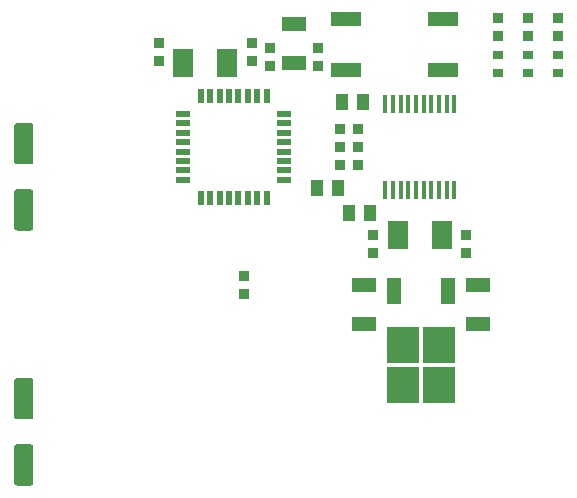
<source format=gbr>
G04 #@! TF.GenerationSoftware,KiCad,Pcbnew,(5.1.2)-2*
G04 #@! TF.CreationDate,2019-08-13T21:45:23-04:00*
G04 #@! TF.ProjectId,Controller,436f6e74-726f-46c6-9c65-722e6b696361,rev?*
G04 #@! TF.SameCoordinates,Original*
G04 #@! TF.FileFunction,Paste,Top*
G04 #@! TF.FilePolarity,Positive*
%FSLAX46Y46*%
G04 Gerber Fmt 4.6, Leading zero omitted, Abs format (unit mm)*
G04 Created by KiCad (PCBNEW (5.1.2)-2) date 2019-08-13 21:45:23*
%MOMM*%
%LPD*%
G04 APERTURE LIST*
%ADD10R,1.016000X1.400000*%
%ADD11R,1.700000X2.400000*%
%ADD12R,0.900000X0.900000*%
%ADD13C,0.100000*%
%ADD14C,1.600000*%
%ADD15R,0.889000X0.762000*%
%ADD16R,2.540000X1.270000*%
%ADD17R,0.889000X0.889000*%
%ADD18R,1.200000X2.200000*%
%ADD19R,2.750000X3.050000*%
%ADD20R,0.398780X1.498600*%
%ADD21R,0.558800X1.270000*%
%ADD22R,1.270000X0.558800*%
%ADD23R,2.032000X1.270000*%
G04 APERTURE END LIST*
D10*
X193676000Y-38735000D03*
X191897000Y-38735000D03*
D11*
X196651000Y-50038000D03*
X200351000Y-50038000D03*
D12*
X194564000Y-51562000D03*
X194564000Y-50038000D03*
D10*
X194310000Y-48133000D03*
X192531000Y-48133000D03*
D12*
X202438000Y-50038000D03*
X202438000Y-51562000D03*
X185801000Y-34163000D03*
X185801000Y-35687000D03*
X184277000Y-35306000D03*
X184277000Y-33782000D03*
X176403000Y-35306000D03*
X176403000Y-33782000D03*
D10*
X189801500Y-46037500D03*
X191580500Y-46037500D03*
D12*
X189865000Y-35687000D03*
X189865000Y-34163000D03*
D13*
G36*
X165547504Y-40536204D02*
G01*
X165571773Y-40539804D01*
X165595571Y-40545765D01*
X165618671Y-40554030D01*
X165640849Y-40564520D01*
X165661893Y-40577133D01*
X165681598Y-40591747D01*
X165699777Y-40608223D01*
X165716253Y-40626402D01*
X165730867Y-40646107D01*
X165743480Y-40667151D01*
X165753970Y-40689329D01*
X165762235Y-40712429D01*
X165768196Y-40736227D01*
X165771796Y-40760496D01*
X165773000Y-40785000D01*
X165773000Y-43785000D01*
X165771796Y-43809504D01*
X165768196Y-43833773D01*
X165762235Y-43857571D01*
X165753970Y-43880671D01*
X165743480Y-43902849D01*
X165730867Y-43923893D01*
X165716253Y-43943598D01*
X165699777Y-43961777D01*
X165681598Y-43978253D01*
X165661893Y-43992867D01*
X165640849Y-44005480D01*
X165618671Y-44015970D01*
X165595571Y-44024235D01*
X165571773Y-44030196D01*
X165547504Y-44033796D01*
X165523000Y-44035000D01*
X164423000Y-44035000D01*
X164398496Y-44033796D01*
X164374227Y-44030196D01*
X164350429Y-44024235D01*
X164327329Y-44015970D01*
X164305151Y-44005480D01*
X164284107Y-43992867D01*
X164264402Y-43978253D01*
X164246223Y-43961777D01*
X164229747Y-43943598D01*
X164215133Y-43923893D01*
X164202520Y-43902849D01*
X164192030Y-43880671D01*
X164183765Y-43857571D01*
X164177804Y-43833773D01*
X164174204Y-43809504D01*
X164173000Y-43785000D01*
X164173000Y-40785000D01*
X164174204Y-40760496D01*
X164177804Y-40736227D01*
X164183765Y-40712429D01*
X164192030Y-40689329D01*
X164202520Y-40667151D01*
X164215133Y-40646107D01*
X164229747Y-40626402D01*
X164246223Y-40608223D01*
X164264402Y-40591747D01*
X164284107Y-40577133D01*
X164305151Y-40564520D01*
X164327329Y-40554030D01*
X164350429Y-40545765D01*
X164374227Y-40539804D01*
X164398496Y-40536204D01*
X164423000Y-40535000D01*
X165523000Y-40535000D01*
X165547504Y-40536204D01*
X165547504Y-40536204D01*
G37*
D14*
X164973000Y-42285000D03*
D13*
G36*
X165547504Y-46136204D02*
G01*
X165571773Y-46139804D01*
X165595571Y-46145765D01*
X165618671Y-46154030D01*
X165640849Y-46164520D01*
X165661893Y-46177133D01*
X165681598Y-46191747D01*
X165699777Y-46208223D01*
X165716253Y-46226402D01*
X165730867Y-46246107D01*
X165743480Y-46267151D01*
X165753970Y-46289329D01*
X165762235Y-46312429D01*
X165768196Y-46336227D01*
X165771796Y-46360496D01*
X165773000Y-46385000D01*
X165773000Y-49385000D01*
X165771796Y-49409504D01*
X165768196Y-49433773D01*
X165762235Y-49457571D01*
X165753970Y-49480671D01*
X165743480Y-49502849D01*
X165730867Y-49523893D01*
X165716253Y-49543598D01*
X165699777Y-49561777D01*
X165681598Y-49578253D01*
X165661893Y-49592867D01*
X165640849Y-49605480D01*
X165618671Y-49615970D01*
X165595571Y-49624235D01*
X165571773Y-49630196D01*
X165547504Y-49633796D01*
X165523000Y-49635000D01*
X164423000Y-49635000D01*
X164398496Y-49633796D01*
X164374227Y-49630196D01*
X164350429Y-49624235D01*
X164327329Y-49615970D01*
X164305151Y-49605480D01*
X164284107Y-49592867D01*
X164264402Y-49578253D01*
X164246223Y-49561777D01*
X164229747Y-49543598D01*
X164215133Y-49523893D01*
X164202520Y-49502849D01*
X164192030Y-49480671D01*
X164183765Y-49457571D01*
X164177804Y-49433773D01*
X164174204Y-49409504D01*
X164173000Y-49385000D01*
X164173000Y-46385000D01*
X164174204Y-46360496D01*
X164177804Y-46336227D01*
X164183765Y-46312429D01*
X164192030Y-46289329D01*
X164202520Y-46267151D01*
X164215133Y-46246107D01*
X164229747Y-46226402D01*
X164246223Y-46208223D01*
X164264402Y-46191747D01*
X164284107Y-46177133D01*
X164305151Y-46164520D01*
X164327329Y-46154030D01*
X164350429Y-46145765D01*
X164374227Y-46139804D01*
X164398496Y-46136204D01*
X164423000Y-46135000D01*
X165523000Y-46135000D01*
X165547504Y-46136204D01*
X165547504Y-46136204D01*
G37*
D14*
X164973000Y-47885000D03*
D13*
G36*
X165547504Y-67726204D02*
G01*
X165571773Y-67729804D01*
X165595571Y-67735765D01*
X165618671Y-67744030D01*
X165640849Y-67754520D01*
X165661893Y-67767133D01*
X165681598Y-67781747D01*
X165699777Y-67798223D01*
X165716253Y-67816402D01*
X165730867Y-67836107D01*
X165743480Y-67857151D01*
X165753970Y-67879329D01*
X165762235Y-67902429D01*
X165768196Y-67926227D01*
X165771796Y-67950496D01*
X165773000Y-67975000D01*
X165773000Y-70975000D01*
X165771796Y-70999504D01*
X165768196Y-71023773D01*
X165762235Y-71047571D01*
X165753970Y-71070671D01*
X165743480Y-71092849D01*
X165730867Y-71113893D01*
X165716253Y-71133598D01*
X165699777Y-71151777D01*
X165681598Y-71168253D01*
X165661893Y-71182867D01*
X165640849Y-71195480D01*
X165618671Y-71205970D01*
X165595571Y-71214235D01*
X165571773Y-71220196D01*
X165547504Y-71223796D01*
X165523000Y-71225000D01*
X164423000Y-71225000D01*
X164398496Y-71223796D01*
X164374227Y-71220196D01*
X164350429Y-71214235D01*
X164327329Y-71205970D01*
X164305151Y-71195480D01*
X164284107Y-71182867D01*
X164264402Y-71168253D01*
X164246223Y-71151777D01*
X164229747Y-71133598D01*
X164215133Y-71113893D01*
X164202520Y-71092849D01*
X164192030Y-71070671D01*
X164183765Y-71047571D01*
X164177804Y-71023773D01*
X164174204Y-70999504D01*
X164173000Y-70975000D01*
X164173000Y-67975000D01*
X164174204Y-67950496D01*
X164177804Y-67926227D01*
X164183765Y-67902429D01*
X164192030Y-67879329D01*
X164202520Y-67857151D01*
X164215133Y-67836107D01*
X164229747Y-67816402D01*
X164246223Y-67798223D01*
X164264402Y-67781747D01*
X164284107Y-67767133D01*
X164305151Y-67754520D01*
X164327329Y-67744030D01*
X164350429Y-67735765D01*
X164374227Y-67729804D01*
X164398496Y-67726204D01*
X164423000Y-67725000D01*
X165523000Y-67725000D01*
X165547504Y-67726204D01*
X165547504Y-67726204D01*
G37*
D14*
X164973000Y-69475000D03*
D13*
G36*
X165547504Y-62126204D02*
G01*
X165571773Y-62129804D01*
X165595571Y-62135765D01*
X165618671Y-62144030D01*
X165640849Y-62154520D01*
X165661893Y-62167133D01*
X165681598Y-62181747D01*
X165699777Y-62198223D01*
X165716253Y-62216402D01*
X165730867Y-62236107D01*
X165743480Y-62257151D01*
X165753970Y-62279329D01*
X165762235Y-62302429D01*
X165768196Y-62326227D01*
X165771796Y-62350496D01*
X165773000Y-62375000D01*
X165773000Y-65375000D01*
X165771796Y-65399504D01*
X165768196Y-65423773D01*
X165762235Y-65447571D01*
X165753970Y-65470671D01*
X165743480Y-65492849D01*
X165730867Y-65513893D01*
X165716253Y-65533598D01*
X165699777Y-65551777D01*
X165681598Y-65568253D01*
X165661893Y-65582867D01*
X165640849Y-65595480D01*
X165618671Y-65605970D01*
X165595571Y-65614235D01*
X165571773Y-65620196D01*
X165547504Y-65623796D01*
X165523000Y-65625000D01*
X164423000Y-65625000D01*
X164398496Y-65623796D01*
X164374227Y-65620196D01*
X164350429Y-65614235D01*
X164327329Y-65605970D01*
X164305151Y-65595480D01*
X164284107Y-65582867D01*
X164264402Y-65568253D01*
X164246223Y-65551777D01*
X164229747Y-65533598D01*
X164215133Y-65513893D01*
X164202520Y-65492849D01*
X164192030Y-65470671D01*
X164183765Y-65447571D01*
X164177804Y-65423773D01*
X164174204Y-65399504D01*
X164173000Y-65375000D01*
X164173000Y-62375000D01*
X164174204Y-62350496D01*
X164177804Y-62326227D01*
X164183765Y-62302429D01*
X164192030Y-62279329D01*
X164202520Y-62257151D01*
X164215133Y-62236107D01*
X164229747Y-62216402D01*
X164246223Y-62198223D01*
X164264402Y-62181747D01*
X164284107Y-62167133D01*
X164305151Y-62154520D01*
X164327329Y-62144030D01*
X164350429Y-62135765D01*
X164374227Y-62129804D01*
X164398496Y-62126204D01*
X164423000Y-62125000D01*
X165523000Y-62125000D01*
X165547504Y-62126204D01*
X165547504Y-62126204D01*
G37*
D14*
X164973000Y-63875000D03*
D15*
X207645000Y-34798000D03*
X207645000Y-36322000D03*
X205105000Y-36322000D03*
X205105000Y-34798000D03*
D16*
X192214500Y-36068000D03*
X192214500Y-31750000D03*
X200469500Y-31750000D03*
X200469500Y-36068000D03*
D17*
X183642000Y-54991000D03*
X183642000Y-53467000D03*
X193294000Y-41021000D03*
X191770000Y-41021000D03*
X191770000Y-44069000D03*
X193294000Y-44069000D03*
X193294000Y-42545000D03*
X191770000Y-42545000D03*
X207645000Y-31623000D03*
X207645000Y-33147000D03*
X205105000Y-33147000D03*
X205105000Y-31623000D03*
D18*
X200908000Y-54728000D03*
X196348000Y-54728000D03*
D19*
X197103000Y-62703000D03*
X200153000Y-59353000D03*
X200153000Y-62703000D03*
X197103000Y-59353000D03*
D20*
X195577460Y-46169580D03*
X196227700Y-46169580D03*
X196877940Y-46169580D03*
X197528180Y-46169580D03*
X198178420Y-46169580D03*
X198823580Y-46169580D03*
X199473820Y-46169580D03*
X200124060Y-46169580D03*
X200774300Y-46169580D03*
X201424540Y-46169580D03*
X201424540Y-38920420D03*
X200774300Y-38920420D03*
X200124060Y-38920420D03*
X199473820Y-38920420D03*
X198823580Y-38920420D03*
X198178420Y-38920420D03*
X197528180Y-38920420D03*
X196877940Y-38920420D03*
X196227700Y-38920420D03*
X195577460Y-38920420D03*
D21*
X185552080Y-38252400D03*
X184751980Y-38252400D03*
X183951880Y-38252400D03*
X183151780Y-38252400D03*
X182354220Y-38252400D03*
X181554120Y-38252400D03*
X180754020Y-38252400D03*
X179953920Y-38252400D03*
D22*
X178460400Y-39745920D03*
X178460400Y-40546020D03*
X178460400Y-41346120D03*
X178460400Y-42146220D03*
X178460400Y-42943780D03*
X178460400Y-43743880D03*
X178460400Y-44543980D03*
X178460400Y-45344080D03*
D21*
X179953920Y-46837600D03*
X180754020Y-46837600D03*
X181554120Y-46837600D03*
X182354220Y-46837600D03*
X183151780Y-46837600D03*
X183951880Y-46837600D03*
X184751980Y-46837600D03*
X185552080Y-46837600D03*
D22*
X187045600Y-45344080D03*
X187045600Y-44543980D03*
X187045600Y-43743880D03*
X187045600Y-42943780D03*
X187045600Y-42146220D03*
X187045600Y-41346120D03*
X187045600Y-40546020D03*
X187045600Y-39745920D03*
D11*
X182190000Y-35433000D03*
X178490000Y-35433000D03*
D15*
X210185000Y-36322000D03*
X210185000Y-34798000D03*
D17*
X210185000Y-33147000D03*
X210185000Y-31623000D03*
D23*
X203454000Y-57531000D03*
X203454000Y-54229000D03*
X193802000Y-54229000D03*
X193802000Y-57531000D03*
X187833000Y-35433000D03*
X187833000Y-32131000D03*
M02*

</source>
